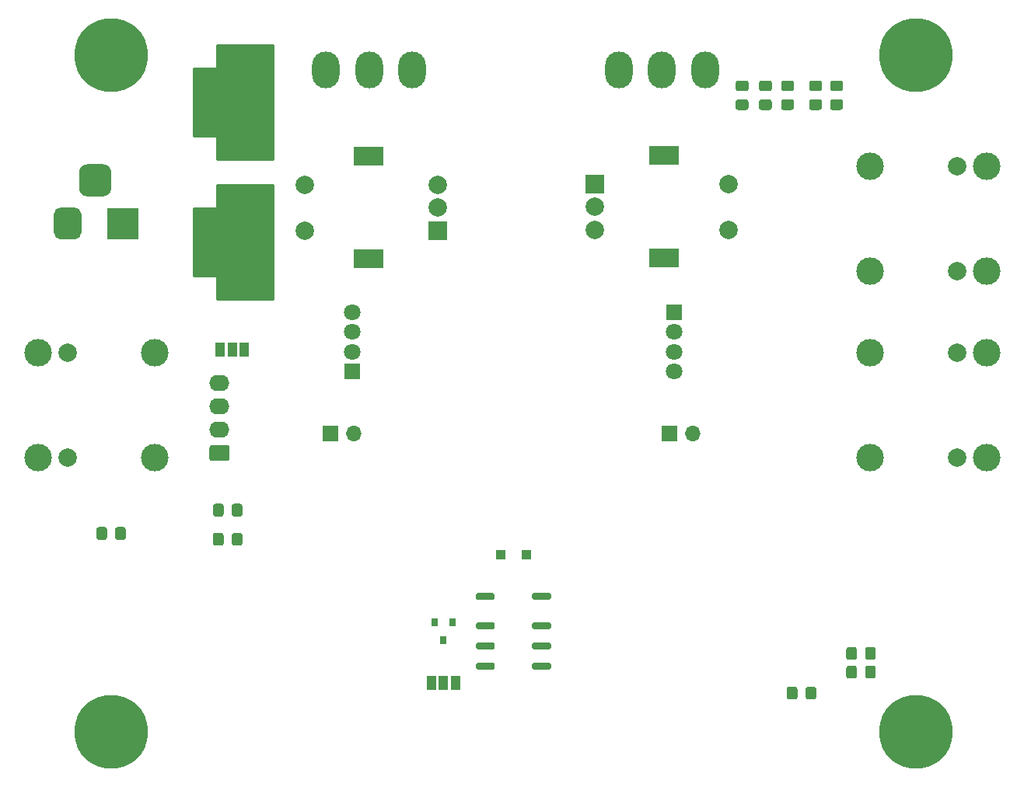
<source format=gbr>
%TF.GenerationSoftware,KiCad,Pcbnew,5.1.6-c6e7f7d~87~ubuntu18.04.1*%
%TF.CreationDate,2020-11-12T00:39:07+00:00*%
%TF.ProjectId,CirrusDspPedal,43697272-7573-4447-9370-506564616c2e,rev?*%
%TF.SameCoordinates,Original*%
%TF.FileFunction,Soldermask,Bot*%
%TF.FilePolarity,Negative*%
%FSLAX46Y46*%
G04 Gerber Fmt 4.6, Leading zero omitted, Abs format (unit mm)*
G04 Created by KiCad (PCBNEW 5.1.6-c6e7f7d~87~ubuntu18.04.1) date 2020-11-12 00:39:07*
%MOMM*%
%LPD*%
G01*
G04 APERTURE LIST*
%ADD10R,1.000000X1.500000*%
%ADD11O,2.190000X1.740000*%
%ADD12R,2.000000X2.000000*%
%ADD13C,2.000000*%
%ADD14R,3.200000X2.000000*%
%ADD15R,0.800000X0.900000*%
%ADD16R,1.100000X1.100000*%
%ADD17C,1.800000*%
%ADD18R,1.800000X1.800000*%
%ADD19O,3.000000X4.000000*%
%ADD20O,1.700000X1.700000*%
%ADD21R,1.700000X1.700000*%
%ADD22C,3.000000*%
%ADD23R,3.500000X3.500000*%
%ADD24C,8.000000*%
%ADD25C,0.900000*%
%ADD26C,0.254000*%
G04 APERTURE END LIST*
%TO.C,R27*%
G36*
G01*
X181032999Y-65728000D02*
X181933001Y-65728000D01*
G75*
G02*
X182183000Y-65977999I0J-249999D01*
G01*
X182183000Y-66628001D01*
G75*
G02*
X181933001Y-66878000I-249999J0D01*
G01*
X181032999Y-66878000D01*
G75*
G02*
X180783000Y-66628001I0J249999D01*
G01*
X180783000Y-65977999D01*
G75*
G02*
X181032999Y-65728000I249999J0D01*
G01*
G37*
G36*
G01*
X181032999Y-63678000D02*
X181933001Y-63678000D01*
G75*
G02*
X182183000Y-63927999I0J-249999D01*
G01*
X182183000Y-64578001D01*
G75*
G02*
X181933001Y-64828000I-249999J0D01*
G01*
X181032999Y-64828000D01*
G75*
G02*
X180783000Y-64578001I0J249999D01*
G01*
X180783000Y-63927999D01*
G75*
G02*
X181032999Y-63678000I249999J0D01*
G01*
G37*
%TD*%
D10*
%TO.C,JP1*%
X117983000Y-92964000D03*
X119283000Y-92964000D03*
X116683000Y-92964000D03*
%TD*%
D11*
%TO.C,J8*%
X116586000Y-96647000D03*
X116586000Y-99187000D03*
X116586000Y-101727000D03*
G36*
G01*
X117431001Y-105137000D02*
X115740999Y-105137000D01*
G75*
G02*
X115491000Y-104887001I0J249999D01*
G01*
X115491000Y-103646999D01*
G75*
G02*
X115740999Y-103397000I249999J0D01*
G01*
X117431001Y-103397000D01*
G75*
G02*
X117681000Y-103646999I0J-249999D01*
G01*
X117681000Y-104887001D01*
G75*
G02*
X117431001Y-105137000I-249999J0D01*
G01*
G37*
%TD*%
D12*
%TO.C,SW6*%
X140335000Y-80010000D03*
D13*
X140335000Y-77510000D03*
X140335000Y-75010000D03*
D14*
X132835000Y-83110000D03*
X132835000Y-71910000D03*
D13*
X125835000Y-80010000D03*
X125835000Y-75010000D03*
%TD*%
D12*
%TO.C,SW5*%
X157480000Y-74930000D03*
D13*
X157480000Y-77430000D03*
X157480000Y-79930000D03*
D14*
X164980000Y-71830000D03*
X164980000Y-83030000D03*
D13*
X171980000Y-74930000D03*
X171980000Y-79930000D03*
%TD*%
D15*
%TO.C,Q1*%
X140970000Y-124698000D03*
X141920000Y-122698000D03*
X140020000Y-122698000D03*
%TD*%
D10*
%TO.C,JP2*%
X140970000Y-129286000D03*
X139670000Y-129286000D03*
X142270000Y-129286000D03*
%TD*%
%TO.C,K1*%
G36*
G01*
X152690000Y-119698000D02*
X152690000Y-120098000D01*
G75*
G02*
X152490000Y-120298000I-200000J0D01*
G01*
X150830000Y-120298000D01*
G75*
G02*
X150630000Y-120098000I0J200000D01*
G01*
X150630000Y-119698000D01*
G75*
G02*
X150830000Y-119498000I200000J0D01*
G01*
X152490000Y-119498000D01*
G75*
G02*
X152690000Y-119698000I0J-200000D01*
G01*
G37*
G36*
G01*
X152690000Y-122898000D02*
X152690000Y-123298000D01*
G75*
G02*
X152490000Y-123498000I-200000J0D01*
G01*
X150830000Y-123498000D01*
G75*
G02*
X150630000Y-123298000I0J200000D01*
G01*
X150630000Y-122898000D01*
G75*
G02*
X150830000Y-122698000I200000J0D01*
G01*
X152490000Y-122698000D01*
G75*
G02*
X152690000Y-122898000I0J-200000D01*
G01*
G37*
G36*
G01*
X152690000Y-125098000D02*
X152690000Y-125498000D01*
G75*
G02*
X152490000Y-125698000I-200000J0D01*
G01*
X150830000Y-125698000D01*
G75*
G02*
X150630000Y-125498000I0J200000D01*
G01*
X150630000Y-125098000D01*
G75*
G02*
X150830000Y-124898000I200000J0D01*
G01*
X152490000Y-124898000D01*
G75*
G02*
X152690000Y-125098000I0J-200000D01*
G01*
G37*
G36*
G01*
X152690000Y-127298000D02*
X152690000Y-127698000D01*
G75*
G02*
X152490000Y-127898000I-200000J0D01*
G01*
X150830000Y-127898000D01*
G75*
G02*
X150630000Y-127698000I0J200000D01*
G01*
X150630000Y-127298000D01*
G75*
G02*
X150830000Y-127098000I200000J0D01*
G01*
X152490000Y-127098000D01*
G75*
G02*
X152690000Y-127298000I0J-200000D01*
G01*
G37*
G36*
G01*
X146550000Y-127298000D02*
X146550000Y-127698000D01*
G75*
G02*
X146350000Y-127898000I-200000J0D01*
G01*
X144690000Y-127898000D01*
G75*
G02*
X144490000Y-127698000I0J200000D01*
G01*
X144490000Y-127298000D01*
G75*
G02*
X144690000Y-127098000I200000J0D01*
G01*
X146350000Y-127098000D01*
G75*
G02*
X146550000Y-127298000I0J-200000D01*
G01*
G37*
G36*
G01*
X146550000Y-125098000D02*
X146550000Y-125498000D01*
G75*
G02*
X146350000Y-125698000I-200000J0D01*
G01*
X144690000Y-125698000D01*
G75*
G02*
X144490000Y-125498000I0J200000D01*
G01*
X144490000Y-125098000D01*
G75*
G02*
X144690000Y-124898000I200000J0D01*
G01*
X146350000Y-124898000D01*
G75*
G02*
X146550000Y-125098000I0J-200000D01*
G01*
G37*
G36*
G01*
X146550000Y-122898000D02*
X146550000Y-123298000D01*
G75*
G02*
X146350000Y-123498000I-200000J0D01*
G01*
X144690000Y-123498000D01*
G75*
G02*
X144490000Y-123298000I0J200000D01*
G01*
X144490000Y-122898000D01*
G75*
G02*
X144690000Y-122698000I200000J0D01*
G01*
X146350000Y-122698000D01*
G75*
G02*
X146550000Y-122898000I0J-200000D01*
G01*
G37*
G36*
G01*
X146550000Y-119698000D02*
X146550000Y-120098000D01*
G75*
G02*
X146350000Y-120298000I-200000J0D01*
G01*
X144690000Y-120298000D01*
G75*
G02*
X144490000Y-120098000I0J200000D01*
G01*
X144490000Y-119698000D01*
G75*
G02*
X144690000Y-119498000I200000J0D01*
G01*
X146350000Y-119498000D01*
G75*
G02*
X146550000Y-119698000I0J-200000D01*
G01*
G37*
%TD*%
D16*
%TO.C,D2*%
X147190000Y-115316000D03*
X149990000Y-115316000D03*
%TD*%
D17*
%TO.C,LED1*%
X131064000Y-88900000D03*
X131064000Y-91059000D03*
X131064000Y-93218000D03*
D18*
X131064000Y-95377000D03*
%TD*%
D17*
%TO.C,LED2*%
X166116000Y-95377000D03*
X166116000Y-93218000D03*
X166116000Y-91059000D03*
D18*
X166116000Y-88900000D03*
%TD*%
D19*
%TO.C,SW4*%
X137585000Y-62484000D03*
X128185000Y-62484000D03*
X132885000Y-62484000D03*
%TD*%
%TO.C,SW3*%
X169465000Y-62484000D03*
X160065000Y-62484000D03*
X164765000Y-62484000D03*
%TD*%
D20*
%TO.C,SW2*%
X168148000Y-102108000D03*
D21*
X165608000Y-102108000D03*
%TD*%
D20*
%TO.C,SW1*%
X131191000Y-102108000D03*
D21*
X128651000Y-102108000D03*
%TD*%
%TO.C,R28*%
G36*
G01*
X183318999Y-65728000D02*
X184219001Y-65728000D01*
G75*
G02*
X184469000Y-65977999I0J-249999D01*
G01*
X184469000Y-66628001D01*
G75*
G02*
X184219001Y-66878000I-249999J0D01*
G01*
X183318999Y-66878000D01*
G75*
G02*
X183069000Y-66628001I0J249999D01*
G01*
X183069000Y-65977999D01*
G75*
G02*
X183318999Y-65728000I249999J0D01*
G01*
G37*
G36*
G01*
X183318999Y-63678000D02*
X184219001Y-63678000D01*
G75*
G02*
X184469000Y-63927999I0J-249999D01*
G01*
X184469000Y-64578001D01*
G75*
G02*
X184219001Y-64828000I-249999J0D01*
G01*
X183318999Y-64828000D01*
G75*
G02*
X183069000Y-64578001I0J249999D01*
G01*
X183069000Y-63927999D01*
G75*
G02*
X183318999Y-63678000I249999J0D01*
G01*
G37*
%TD*%
%TO.C,R26*%
G36*
G01*
X177984999Y-65728000D02*
X178885001Y-65728000D01*
G75*
G02*
X179135000Y-65977999I0J-249999D01*
G01*
X179135000Y-66628001D01*
G75*
G02*
X178885001Y-66878000I-249999J0D01*
G01*
X177984999Y-66878000D01*
G75*
G02*
X177735000Y-66628001I0J249999D01*
G01*
X177735000Y-65977999D01*
G75*
G02*
X177984999Y-65728000I249999J0D01*
G01*
G37*
G36*
G01*
X177984999Y-63678000D02*
X178885001Y-63678000D01*
G75*
G02*
X179135000Y-63927999I0J-249999D01*
G01*
X179135000Y-64578001D01*
G75*
G02*
X178885001Y-64828000I-249999J0D01*
G01*
X177984999Y-64828000D01*
G75*
G02*
X177735000Y-64578001I0J249999D01*
G01*
X177735000Y-63927999D01*
G75*
G02*
X177984999Y-63678000I249999J0D01*
G01*
G37*
%TD*%
%TO.C,R25*%
G36*
G01*
X175571999Y-65728000D02*
X176472001Y-65728000D01*
G75*
G02*
X176722000Y-65977999I0J-249999D01*
G01*
X176722000Y-66628001D01*
G75*
G02*
X176472001Y-66878000I-249999J0D01*
G01*
X175571999Y-66878000D01*
G75*
G02*
X175322000Y-66628001I0J249999D01*
G01*
X175322000Y-65977999D01*
G75*
G02*
X175571999Y-65728000I249999J0D01*
G01*
G37*
G36*
G01*
X175571999Y-63678000D02*
X176472001Y-63678000D01*
G75*
G02*
X176722000Y-63927999I0J-249999D01*
G01*
X176722000Y-64578001D01*
G75*
G02*
X176472001Y-64828000I-249999J0D01*
G01*
X175571999Y-64828000D01*
G75*
G02*
X175322000Y-64578001I0J249999D01*
G01*
X175322000Y-63927999D01*
G75*
G02*
X175571999Y-63678000I249999J0D01*
G01*
G37*
%TD*%
%TO.C,R24*%
G36*
G01*
X173031999Y-65728000D02*
X173932001Y-65728000D01*
G75*
G02*
X174182000Y-65977999I0J-249999D01*
G01*
X174182000Y-66628001D01*
G75*
G02*
X173932001Y-66878000I-249999J0D01*
G01*
X173031999Y-66878000D01*
G75*
G02*
X172782000Y-66628001I0J249999D01*
G01*
X172782000Y-65977999D01*
G75*
G02*
X173031999Y-65728000I249999J0D01*
G01*
G37*
G36*
G01*
X173031999Y-63678000D02*
X173932001Y-63678000D01*
G75*
G02*
X174182000Y-63927999I0J-249999D01*
G01*
X174182000Y-64578001D01*
G75*
G02*
X173932001Y-64828000I-249999J0D01*
G01*
X173031999Y-64828000D01*
G75*
G02*
X172782000Y-64578001I0J249999D01*
G01*
X172782000Y-63927999D01*
G75*
G02*
X173031999Y-63678000I249999J0D01*
G01*
G37*
%TD*%
D22*
%TO.C,J5*%
X187388500Y-84455000D03*
X187388500Y-73025000D03*
X200088500Y-73025000D03*
X200088500Y-84455000D03*
D13*
X196913500Y-84455000D03*
X196913500Y-73025000D03*
%TD*%
%TO.C,J4*%
G36*
G01*
X101295000Y-75423000D02*
X101295000Y-73673000D01*
G75*
G02*
X102170000Y-72798000I875000J0D01*
G01*
X103920000Y-72798000D01*
G75*
G02*
X104795000Y-73673000I0J-875000D01*
G01*
X104795000Y-75423000D01*
G75*
G02*
X103920000Y-76298000I-875000J0D01*
G01*
X102170000Y-76298000D01*
G75*
G02*
X101295000Y-75423000I0J875000D01*
G01*
G37*
G36*
G01*
X98545000Y-80248000D02*
X98545000Y-78248000D01*
G75*
G02*
X99295000Y-77498000I750000J0D01*
G01*
X100795000Y-77498000D01*
G75*
G02*
X101545000Y-78248000I0J-750000D01*
G01*
X101545000Y-80248000D01*
G75*
G02*
X100795000Y-80998000I-750000J0D01*
G01*
X99295000Y-80998000D01*
G75*
G02*
X98545000Y-80248000I0J750000D01*
G01*
G37*
D23*
X106045000Y-79248000D03*
%TD*%
D22*
%TO.C,J2*%
X109537500Y-93345000D03*
X109537500Y-104775000D03*
X96837500Y-104775000D03*
X96837500Y-93345000D03*
D13*
X100012500Y-93345000D03*
X100012500Y-104775000D03*
%TD*%
D22*
%TO.C,J1*%
X187388500Y-104775000D03*
X187388500Y-93345000D03*
X200088500Y-93345000D03*
X200088500Y-104775000D03*
D13*
X196913500Y-104775000D03*
X196913500Y-93345000D03*
%TD*%
%TO.C,C13*%
G36*
G01*
X104325000Y-112579999D02*
X104325000Y-113480001D01*
G75*
G02*
X104075001Y-113730000I-249999J0D01*
G01*
X103424999Y-113730000D01*
G75*
G02*
X103175000Y-113480001I0J249999D01*
G01*
X103175000Y-112579999D01*
G75*
G02*
X103424999Y-112330000I249999J0D01*
G01*
X104075001Y-112330000D01*
G75*
G02*
X104325000Y-112579999I0J-249999D01*
G01*
G37*
G36*
G01*
X106375000Y-112579999D02*
X106375000Y-113480001D01*
G75*
G02*
X106125001Y-113730000I-249999J0D01*
G01*
X105474999Y-113730000D01*
G75*
G02*
X105225000Y-113480001I0J249999D01*
G01*
X105225000Y-112579999D01*
G75*
G02*
X105474999Y-112330000I249999J0D01*
G01*
X106125001Y-112330000D01*
G75*
G02*
X106375000Y-112579999I0J-249999D01*
G01*
G37*
%TD*%
%TO.C,C11*%
G36*
G01*
X117925000Y-110940001D02*
X117925000Y-110039999D01*
G75*
G02*
X118174999Y-109790000I249999J0D01*
G01*
X118825001Y-109790000D01*
G75*
G02*
X119075000Y-110039999I0J-249999D01*
G01*
X119075000Y-110940001D01*
G75*
G02*
X118825001Y-111190000I-249999J0D01*
G01*
X118174999Y-111190000D01*
G75*
G02*
X117925000Y-110940001I0J249999D01*
G01*
G37*
G36*
G01*
X115875000Y-110940001D02*
X115875000Y-110039999D01*
G75*
G02*
X116124999Y-109790000I249999J0D01*
G01*
X116775001Y-109790000D01*
G75*
G02*
X117025000Y-110039999I0J-249999D01*
G01*
X117025000Y-110940001D01*
G75*
G02*
X116775001Y-111190000I-249999J0D01*
G01*
X116124999Y-111190000D01*
G75*
G02*
X115875000Y-110940001I0J249999D01*
G01*
G37*
%TD*%
%TO.C,C10*%
G36*
G01*
X117925000Y-114115001D02*
X117925000Y-113214999D01*
G75*
G02*
X118174999Y-112965000I249999J0D01*
G01*
X118825001Y-112965000D01*
G75*
G02*
X119075000Y-113214999I0J-249999D01*
G01*
X119075000Y-114115001D01*
G75*
G02*
X118825001Y-114365000I-249999J0D01*
G01*
X118174999Y-114365000D01*
G75*
G02*
X117925000Y-114115001I0J249999D01*
G01*
G37*
G36*
G01*
X115875000Y-114115001D02*
X115875000Y-113214999D01*
G75*
G02*
X116124999Y-112965000I249999J0D01*
G01*
X116775001Y-112965000D01*
G75*
G02*
X117025000Y-113214999I0J-249999D01*
G01*
X117025000Y-114115001D01*
G75*
G02*
X116775001Y-114365000I-249999J0D01*
G01*
X116124999Y-114365000D01*
G75*
G02*
X115875000Y-114115001I0J249999D01*
G01*
G37*
%TD*%
%TO.C,C3*%
G36*
G01*
X180409000Y-130879001D02*
X180409000Y-129978999D01*
G75*
G02*
X180658999Y-129729000I249999J0D01*
G01*
X181309001Y-129729000D01*
G75*
G02*
X181559000Y-129978999I0J-249999D01*
G01*
X181559000Y-130879001D01*
G75*
G02*
X181309001Y-131129000I-249999J0D01*
G01*
X180658999Y-131129000D01*
G75*
G02*
X180409000Y-130879001I0J249999D01*
G01*
G37*
G36*
G01*
X178359000Y-130879001D02*
X178359000Y-129978999D01*
G75*
G02*
X178608999Y-129729000I249999J0D01*
G01*
X179259001Y-129729000D01*
G75*
G02*
X179509000Y-129978999I0J-249999D01*
G01*
X179509000Y-130879001D01*
G75*
G02*
X179259001Y-131129000I-249999J0D01*
G01*
X178608999Y-131129000D01*
G75*
G02*
X178359000Y-130879001I0J249999D01*
G01*
G37*
%TD*%
%TO.C,C2*%
G36*
G01*
X186886000Y-128593001D02*
X186886000Y-127692999D01*
G75*
G02*
X187135999Y-127443000I249999J0D01*
G01*
X187786001Y-127443000D01*
G75*
G02*
X188036000Y-127692999I0J-249999D01*
G01*
X188036000Y-128593001D01*
G75*
G02*
X187786001Y-128843000I-249999J0D01*
G01*
X187135999Y-128843000D01*
G75*
G02*
X186886000Y-128593001I0J249999D01*
G01*
G37*
G36*
G01*
X184836000Y-128593001D02*
X184836000Y-127692999D01*
G75*
G02*
X185085999Y-127443000I249999J0D01*
G01*
X185736001Y-127443000D01*
G75*
G02*
X185986000Y-127692999I0J-249999D01*
G01*
X185986000Y-128593001D01*
G75*
G02*
X185736001Y-128843000I-249999J0D01*
G01*
X185085999Y-128843000D01*
G75*
G02*
X184836000Y-128593001I0J249999D01*
G01*
G37*
%TD*%
%TO.C,C1*%
G36*
G01*
X186886000Y-126561001D02*
X186886000Y-125660999D01*
G75*
G02*
X187135999Y-125411000I249999J0D01*
G01*
X187786001Y-125411000D01*
G75*
G02*
X188036000Y-125660999I0J-249999D01*
G01*
X188036000Y-126561001D01*
G75*
G02*
X187786001Y-126811000I-249999J0D01*
G01*
X187135999Y-126811000D01*
G75*
G02*
X186886000Y-126561001I0J249999D01*
G01*
G37*
G36*
G01*
X184836000Y-126561001D02*
X184836000Y-125660999D01*
G75*
G02*
X185085999Y-125411000I249999J0D01*
G01*
X185736001Y-125411000D01*
G75*
G02*
X185986000Y-125660999I0J-249999D01*
G01*
X185986000Y-126561001D01*
G75*
G02*
X185736001Y-126811000I-249999J0D01*
G01*
X185085999Y-126811000D01*
G75*
G02*
X184836000Y-126561001I0J249999D01*
G01*
G37*
%TD*%
D24*
%TO.C,REF\u002A\u002A*%
X192405000Y-60896500D03*
D25*
X195405000Y-60896500D03*
X194526320Y-63017820D03*
X192405000Y-63896500D03*
X190283680Y-63017820D03*
X189405000Y-60896500D03*
X190283680Y-58775180D03*
X192405000Y-57896500D03*
X194526320Y-58775180D03*
%TD*%
D24*
%TO.C,REF\u002A\u002A*%
X104775000Y-60896500D03*
D25*
X107775000Y-60896500D03*
X106896320Y-63017820D03*
X104775000Y-63896500D03*
X102653680Y-63017820D03*
X101775000Y-60896500D03*
X102653680Y-58775180D03*
X104775000Y-57896500D03*
X106896320Y-58775180D03*
%TD*%
D24*
%TO.C,REF\u002A\u002A*%
X104775000Y-134620000D03*
D25*
X107775000Y-134620000D03*
X106896320Y-136741320D03*
X104775000Y-137620000D03*
X102653680Y-136741320D03*
X101775000Y-134620000D03*
X102653680Y-132498680D03*
X104775000Y-131620000D03*
X106896320Y-132498680D03*
%TD*%
%TO.C,REF\u002A\u002A*%
X194526320Y-132498680D03*
X192405000Y-131620000D03*
X190283680Y-132498680D03*
X189405000Y-134620000D03*
X190283680Y-136741320D03*
X192405000Y-137620000D03*
X194526320Y-136741320D03*
X195405000Y-134620000D03*
D24*
X192405000Y-134620000D03*
%TD*%
D26*
G36*
X122428000Y-72263000D02*
G01*
X116332000Y-72263000D01*
X116332000Y-69850000D01*
X116329560Y-69825224D01*
X116322333Y-69801399D01*
X116310597Y-69779443D01*
X116294803Y-69760197D01*
X116275557Y-69744403D01*
X116253601Y-69732667D01*
X116229776Y-69725440D01*
X116205000Y-69723000D01*
X113792000Y-69723000D01*
X113792000Y-62357000D01*
X116205000Y-62357000D01*
X116229776Y-62354560D01*
X116253601Y-62347333D01*
X116275557Y-62335597D01*
X116294803Y-62319803D01*
X116310597Y-62300557D01*
X116322333Y-62278601D01*
X116329560Y-62254776D01*
X116332000Y-62230000D01*
X116332000Y-59817000D01*
X122428000Y-59817000D01*
X122428000Y-72263000D01*
G37*
X122428000Y-72263000D02*
X116332000Y-72263000D01*
X116332000Y-69850000D01*
X116329560Y-69825224D01*
X116322333Y-69801399D01*
X116310597Y-69779443D01*
X116294803Y-69760197D01*
X116275557Y-69744403D01*
X116253601Y-69732667D01*
X116229776Y-69725440D01*
X116205000Y-69723000D01*
X113792000Y-69723000D01*
X113792000Y-62357000D01*
X116205000Y-62357000D01*
X116229776Y-62354560D01*
X116253601Y-62347333D01*
X116275557Y-62335597D01*
X116294803Y-62319803D01*
X116310597Y-62300557D01*
X116322333Y-62278601D01*
X116329560Y-62254776D01*
X116332000Y-62230000D01*
X116332000Y-59817000D01*
X122428000Y-59817000D01*
X122428000Y-72263000D01*
G36*
X122428000Y-87503000D02*
G01*
X116332000Y-87503000D01*
X116332000Y-85090000D01*
X116329560Y-85065224D01*
X116322333Y-85041399D01*
X116310597Y-85019443D01*
X116294803Y-85000197D01*
X116275557Y-84984403D01*
X116253601Y-84972667D01*
X116229776Y-84965440D01*
X116205000Y-84963000D01*
X113792000Y-84963000D01*
X113792000Y-77597000D01*
X116205000Y-77597000D01*
X116229776Y-77594560D01*
X116253601Y-77587333D01*
X116275557Y-77575597D01*
X116294803Y-77559803D01*
X116310597Y-77540557D01*
X116322333Y-77518601D01*
X116329560Y-77494776D01*
X116332000Y-77470000D01*
X116332000Y-75057000D01*
X122428000Y-75057000D01*
X122428000Y-87503000D01*
G37*
X122428000Y-87503000D02*
X116332000Y-87503000D01*
X116332000Y-85090000D01*
X116329560Y-85065224D01*
X116322333Y-85041399D01*
X116310597Y-85019443D01*
X116294803Y-85000197D01*
X116275557Y-84984403D01*
X116253601Y-84972667D01*
X116229776Y-84965440D01*
X116205000Y-84963000D01*
X113792000Y-84963000D01*
X113792000Y-77597000D01*
X116205000Y-77597000D01*
X116229776Y-77594560D01*
X116253601Y-77587333D01*
X116275557Y-77575597D01*
X116294803Y-77559803D01*
X116310597Y-77540557D01*
X116322333Y-77518601D01*
X116329560Y-77494776D01*
X116332000Y-77470000D01*
X116332000Y-75057000D01*
X122428000Y-75057000D01*
X122428000Y-87503000D01*
M02*

</source>
